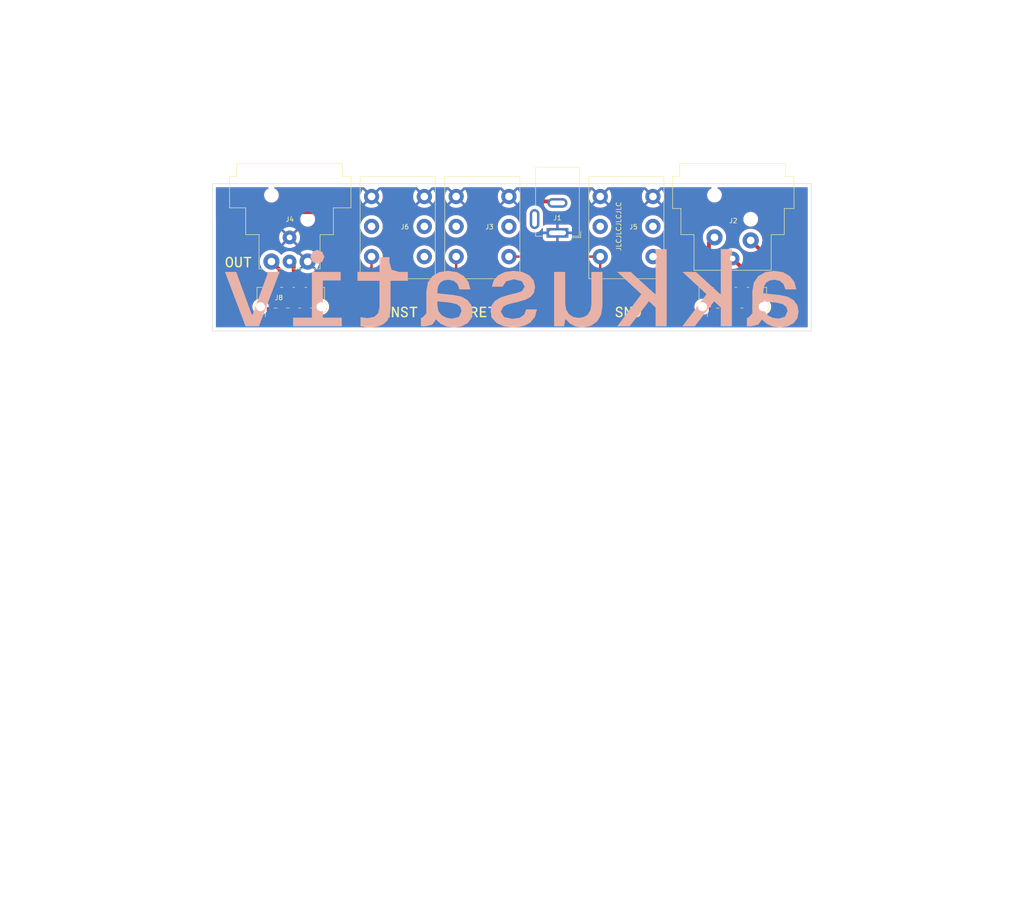
<source format=kicad_pcb>
(kicad_pcb (version 20211014) (generator pcbnew)
  (layers (0 "F.Cu" signal) (31 "B.Cu" signal) (34 "B.Paste" user) (35 "F.Paste" user) (36 "B.SilkS" user "B.Silkscreen") (37 "F.SilkS" user "F.Silkscreen") (38 "B.Mask" user) (39 "F.Mask" user) (44 "Edge.Cuts" user))
  (net 0 "")
  (net 1 "/GND")
  (net 2 "/Jack9V")
  (net 4 "/InGND")
  (net 5 "/In+")
  (net 6 "/In-")
  (net 9 "/VolumeIn")
  (net 10 "/PreOut")
  (net 11 "/Out+")
  (net 12 "/Out-")
  (net 18 "/InstOut")
  (footprint "kibuzzard-66CA4C11" (layer "F.Cu") (at 76.5 70)
    (fp_text reference "kibuzzard-66CA4C11" hide)
    (fp_text value "G***" hide)
    (fp_poly (pts (xy 3.6195 -1.11125) (xy 3.6195 -0.809625) (xy 2.9845 -0.809625) (xy 2.9845 1.11125) (xy 2.651125 1.11125) (xy 2.651125 -0.809625) (xy 2.0193 -0.809625) (xy 2.0193 -1.11125) (xy 3.6195 -1.11125)) (layer "F.SilkS") (width 0) (fill solid))
    (fp_poly (pts (xy -2.727325 0.815975) (xy -2.174875 0.815975) (xy -2.174875 1.11125) (xy -3.6195 1.11125) (xy -3.6195 0.815975) (xy -3.0607 0.815975) (xy -3.0607 -0.815975) (xy -3.603625 -0.815975) (xy -3.603625 -1.11125) (xy -2.19075 -1.11125) (xy -2.19075 -0.815975) (xy -2.727325 -0.815975) (xy -2.727325 0.815975)) (layer "F.SilkS") (width 0) (fill solid))
    (fp_poly (pts (xy -0.5715 -1.11125) (xy -0.26035 -1.11125) (xy -0.26035 1.11125) (xy -0.5969 1.11125) (xy -1.387475 -0.47625) (xy -1.4097 -0.47625) (xy -1.4097 1.11125) (xy -1.72085 1.11125) (xy -1.72085 -1.11125) (xy -1.3843 -1.11125) (xy -0.593725 0.479425) (xy -0.5715 0.479425) (xy -0.5715 -1.11125)) (layer "F.SilkS") (width 0) (fill solid))
    (fp_poly (pts (xy 1.651 0.523875) (xy 1.628069 0.709083) (xy 1.559278 0.862542) (xy 1.444625 0.98425) (xy 1.293283 1.072444) (xy 1.114425 1.125361) (xy 0.90805 1.143) (xy 0.689681 1.122715) (xy 0.504472 1.061861) (xy 0.352425 0.960438) (xy 0.237419 0.823736) (xy 0.163336 0.657049) (xy 0.130175 0.460375) (xy 0.460375 0.460375) (xy 0.506016 0.62865) (xy 0.598487 0.752475) (xy 0.734616 0.828675) (xy 0.911225 0.854075) (xy 1.071166 0.834231) (xy 1.201737 0.7747) (xy 1.288653 0.674688) (xy 1.317625 0.5334) (xy 1.2827 0.369888) (xy 1.169987 0.254) (xy 1.03505 0.180975) (xy 0.866775 0.12065) (xy 0.784225 0.09525) (xy 0.573087 0.011112) (xy 0.392112 -0.1016) (xy 0.249237 -0.277812) (xy 0.200025 -0.5207) (xy 0.222603 -0.69656) (xy 0.290336 -0.847372) (xy 0.403225 -0.973138) (xy 0.551039 -1.067506) (xy 0.723547 -1.124126) (xy 0.92075 -1.143) (xy 1.119011 -1.123068) (xy 1.290461 -1.063272) (xy 1.4351 -0.963613) (xy 1.545872 -0.832908) (xy 1.615722 -0.679979) (xy 1.64465 -0.504825) (xy 1.330325 -0.504825) (xy 1.291431 -0.645716) (xy 1.2065 -0.757238) (xy 1.081087 -0.829866) (xy 0.92075 -0.854075) (xy 0.763191 -0.831453) (xy 0.639762 -0.763588) (xy 0.559991 -0.660003) (xy 0.5334 -0.530225) (xy 0.561975 -0.41275) (xy 0.617537 -0.3302) (xy 0.722312 -0.265113) (xy 0.822325 -0.220662) (xy 0.942975 -0.180975) (xy 1.016 -0.155575) (xy 1.122362 -0.117475) (xy 1.235075 -0.06985) (xy 1.3589 -0.003175) (xy 1.46685 0.084138) (xy 1.565275 0.198438) (xy 1.6256 0.3429) (xy 1.651 0.523875)) (layer "F.SilkS") (width 0) (fill solid))
  )
  (footprint "Connector_Molex:Molex_Picoflex_90814-0008_2x04_P1.27mm_Vertical" (layer "F.Cu") (at 53.5 67 90)
    (fp_text reference "J8" (at 0 -2.5 180) (layer "F.SilkS"))
    (fp_text value "Conn_01x08_Male")
    (fp_line (start -2.18 2.18) (end -2.18 1.64) (layer "F.SilkS") (width 0.12))
    (fp_line (start 2.18 2.96) (end 2.18 3.38) (layer "F.SilkS") (width 0.12))
    (fp_line (start -2.18 -0.3) (end -2.18 -0.96) (layer "F.SilkS") (width 0.12))
    (fp_line (start 2.18 0.42) (end 2.18 0.84) (layer "F.SilkS") (width 0.12))
    (fp_line (start -2.18 -2.84) (end -2.18 -3.5) (layer "F.SilkS") (width 0.12))
    (fp_line (start 2.18 5.34) (end 2.18 7.1) (layer "F.SilkS") (width 0.12))
    (fp_line (start 2.18 -7.1) (end -0.82 -7.1) (layer "F.SilkS") (width 0.12))
    (fp_line (start 2.18 7.1) (end -0.85 7.1) (layer "F.SilkS") (width 0.12))
    (fp_line (start 2.18 -2.18) (end 2.18 -1.64) (layer "F.SilkS") (width 0.12))
    (fp_line (start -2.81 -5.34) (end -4 -5.34) (layer "F.SilkS") (width 0.12))
    (fp_line (start -2.81 -5.47) (end -2.81 -5.34) (layer "F.SilkS") (width 0.12))
    (fp_line (start -2.18 5.12) (end -2.18 4.08) (layer "F.SilkS") (width 0.12))
    (fp_line (start 2.18 -7.1) (end 2.18 -4.08) (layer "F.SilkS") (width 0.12))
    (fp_arc (start -2.81 -5.47) (mid -2.708637 -7.362072) (end -0.834991 -7.079828) (layer "F.SilkS") (width 0.12))
    (fp_arc (start -0.85 7.1) (mid -2.962791 7.081248) (end -2.174424 5.120964) (layer "F.SilkS") (width 0.12))
    (pad "" np_thru_hole circle (at -1.9 6.37 90) (size 1.9 1.9) (drill 1.9) (layers *.Cu *.Mask))
    (pad "" np_thru_hole circle (at -1.9 -6.37 90) (size 1.9 1.9) (drill 1.9) (layers *.Cu *.Mask))
    (pad "1" smd rect (at -3 -4.45 90) (size 2 1.2) (layers "F.Cu" "F.Paste" "F.Mask") (net 2 "/Jack9V"))
    (pad "2" smd rect (at 3 -3.18 90) (size 2 1.2) (layers "F.Cu" "F.Paste" "F.Mask") (net 1 "/GND"))
    (pad "3" smd rect (at -3 -1.91 90) (size 2 1.2) (layers "F.Cu" "F.Paste" "F.Mask") (net 12 "/Out-"))
    (pad "4" smd rect (at 3 -0.64 90) (size 2 1.2) (layers "F.Cu" "F.Paste" "F.Mask") (net 11 "/Out+"))
    (pad "5" smd rect (at -3 0.63 90) (size 2 1.2) (layers "F.Cu" "F.Paste" "F.Mask") (net 1 "/GND"))
    (pad "6" smd rect (at 3 1.9 90) (size 2 1.2) (layers "F.Cu" "F.Paste" "F.Mask") (net 18 "/InstOut"))
    (pad "7" smd rect (at -3 3.17 90) (size 2 1.2) (layers "F.Cu" "F.Paste" "F.Mask") (net 1 "/GND"))
    (pad "8" smd rect (at 3 4.44 90) (size 2 1.2) (layers "F.Cu" "F.Paste" "F.Mask") (net 9 "/VolumeIn"))
  )
  (footprint "Connector_Audio:Jack_XLR_Neutrik_NC3MAH-0_Horizontal" (layer "F.Cu") (at 57.06 59.39 180)
    (fp_text reference "J4" (at 3.76 8.89) (layer "F.SilkS"))
    (fp_text value "Out")
    (fp_line (start -7.31 17.9) (end -9.11 17.9) (layer "F.SilkS") (width 0.12))
    (fp_line (start 4.51 -1.54) (end 6.41 -1.54) (layer "F.SilkS") (width 0.12))
    (fp_line (start 14.93 20.6) (end -7.31 20.6) (layer "F.SilkS") (width 0.12))
    (fp_line (start 16.43 17.9) (end 16.43 11.31) (layer "F.SilkS") (width 0.12))
    (fp_line (start -9.11 17.9) (end -9.11 11.31) (layer "F.SilkS") (width 0.12))
    (fp_line (start 14.93 17.9) (end 14.93 20.6) (layer "F.SilkS") (width 0.12))
    (fp_line (start 16.43 17.9) (end 14.93 17.9) (layer "F.SilkS") (width 0.12))
    (fp_line (start -2.61 5.66) (end -2.61 -1.54) (layer "F.SilkS") (width 0.12))
    (fp_line (start 10.23 5.66) (end 13.03 5.66) (layer "F.SilkS") (width 0.12))
    (fp_line (start 10.23 -1.54) (end 8.81 -1.54) (layer "F.SilkS") (width 0.12))
    (fp_line (start 13.03 11.31) (end 13.03 5.66) (layer "F.SilkS") (width 0.12))
    (fp_line (start -9.11 11.31) (end -5.41 11.31) (layer "F.SilkS") (width 0.12))
    (fp_line (start -2.61 5.66) (end -5.41 5.66) (layer "F.SilkS") (width 0.12))
    (fp_line (start 13.03 11.31) (end 16.43 11.31) (layer "F.SilkS") (width 0.12))
    (fp_line (start -7.31 17.9) (end -7.31 20.6) (layer "F.SilkS") (width 0.12))
    (fp_line (start 10.23 5.66) (end 10.23 -1.54) (layer "F.SilkS") (width 0.12))
    (fp_line (start -5.41 11.31) (end -5.41 5.66) (layer "F.SilkS") (width 0.12))
    (fp_line (start -1.19 -1.54) (end -2.61 -1.54) (layer "F.SilkS") (width 0.12))
    (fp_line (start 3.11 -1.54) (end 1.21 -1.54) (layer "F.SilkS") (width 0.12))
    (pad "" np_thru_hole circle (at 0 8.89 180) (size 1.6 1.6) (drill 1.6) (layers F&B.Cu *.Mask))
    (pad "" np_thru_hole circle (at 7.62 13.97 180) (size 1.6 1.6) (drill 1.6) (layers F&B.Cu *.Mask))
    (pad "1" thru_hole circle (at 0 0 180) (size 3.4 3.4) (drill 1.6) (layers F&B.Cu *.Mask) (net 1 "/GND"))
    (pad "2" thru_hole circle (at 7.62 0 180) (size 3.4 3.4) (drill 1.6) (layers F&B.Cu *.Mask) (net 11 "/Out+"))
    (pad "3" thru_hole circle (at 3.81 0 180) (size 2.9 2.9) (drill 1.2) (layers F&B.Cu *.Mask) (net 12 "/Out-"))
    (pad "G" thru_hole circle (at 3.81 5.08 180) (size 2.9 2.9) (drill 1.2) (layers F&B.Cu *.Mask) (net 1 "/GND"))
  )
  (footprint "kibuzzard-66CA4C2E" (layer "F.Cu") (at 94 70)
    (fp_text reference "kibuzzard-66CA4C2E" hide)
    (fp_text value "G***" hide)
    (fp_poly (pts (xy -0.390525 0.815975) (xy 0.657225 0.815975) (xy 0.657225 1.11125) (xy -0.71755 1.11125) (xy -0.71755 -1.11125) (xy 0.625475 -1.11125) (xy 0.625475 -0.815975) (xy -0.390525 -0.815975) (xy -0.390525 -0.161925) (xy 0.48895 -0.161925) (xy 0.48895 0.130175) (xy -0.390525 0.130175) (xy -0.390525 0.815975)) (layer "F.SilkS") (width 0) (fill solid))
    (fp_poly (pts (xy 2.670175 -1.11125) (xy 2.670175 -0.809625) (xy 2.035175 -0.809625) (xy 2.035175 1.11125) (xy 1.7018 1.11125) (xy 1.7018 -0.809625) (xy 1.069975 -0.809625) (xy 1.069975 -1.11125) (xy 2.670175 -1.11125)) (layer "F.SilkS") (width 0) (fill solid))
    (fp_poly (pts (xy -1.11125 1.11125) (xy -1.470025 1.11125) (xy -1.98755 0.2032) (xy -2.34315 0.2032) (xy -2.34315 -0.085725) (xy -1.94945 -0.085725) (xy -1.779191 -0.111125) (xy -1.649413 -0.187325) (xy -1.567259 -0.305594) (xy -1.539875 -0.4572) (xy -1.567259 -0.609997) (xy -1.649413 -0.725488) (xy -1.779191 -0.798116) (xy -1.94945 -0.822325) (xy -2.34315 -0.822325) (xy -2.34315 -0.085725) (xy -2.34315 0.2032) (xy -2.34315 1.11125) (xy -2.670175 1.11125) (xy -2.670175 -1.11125) (xy -1.905 -1.11125) (xy -1.705681 -1.091847) (xy -1.535289 -1.033639) (xy -1.393825 -0.936625) (xy -1.287992 -0.807508) (xy -1.224492 -0.652992) (xy -1.203325 -0.473075) (xy -1.233884 -0.259159) (xy -1.325563 -0.080963) (xy -1.471216 0.055959) (xy -1.6637 0.14605) (xy -1.11125 1.11125)) (layer "F.SilkS") (width 0) (fill solid))
  )
  (footprint "Connector_BarrelJack:BarrelJack_GCT_DCJ200-10-A_Horizontal" (layer "F.Cu") (at 109.6 53.35 180)
    (fp_text reference "J1" (at 0 3.15) (layer "F.SilkS"))
    (fp_text value "Barrel_Jack_Switch")
    (fp_line (start -4.6 -0.7) (end -2.6 -0.7) (layer "F.SilkS") (width 0.12))
    (fp_line (start 4.6 -0.7) (end 4.6 0.6) (layer "F.SilkS") (width 0.12))
    (fp_line (start -4.6 13.8) (end -4.6 -0.7) (layer "F.SilkS") (width 0.12))
    (fp_line (start -4.9 -1) (end -4.9 0.3) (layer "F.SilkS") (width 0.12))
    (fp_line (start 4.6 5.2) (end 4.6 13.8) (layer "F.SilkS") (width 0.12))
    (fp_line (start 2.6 -0.7) (end 4.6 -0.7) (layer "F.SilkS") (width 0.12))
    (fp_line (start 4.6 13.8) (end -4.6 13.8) (layer "F.SilkS") (width 0.12))
    (fp_line (start -3.2 -1) (end -4.9 -1) (layer "F.SilkS") (width 0.12))
    (pad "1" thru_hole rect (at 0 0 180) (size 4.6 2) (drill oval 3.6 1) (layers F&B.Cu *.Mask) (net 1 "/GND"))
    (pad "2" thru_hole oval (at 0 6.3 180) (size 4.2 2) (drill oval 3.2 1) (layers F&B.Cu *.Mask) (net 2 "/Jack9V"))
    (pad "3" thru_hole oval (at 4.8 2.9 180) (size 2 4.2) (drill oval 1 3.2) (layers F&B.Cu *.Mask))
  )
  (footprint "Connector_Molex:Molex_Picoflex_90814-0008_2x04_P1.27mm_Vertical" (layer "F.Cu") (at 146.5 67 90)
    (fp_text reference "J7" (at -0.5 -2 270) (layer "F.SilkS"))
    (fp_text value "Conn_01x08_Male")
    (fp_line (start -2.81 -5.47) (end -2.81 -5.34) (layer "F.SilkS") (width 0.12))
    (fp_line (start 2.18 2.96) (end 2.18 3.38) (layer "F.SilkS") (width 0.12))
    (fp_line (start -2.81 -5.34) (end -4 -5.34) (layer "F.SilkS") (width 0.12))
    (fp_line (start -2.18 2.18) (end -2.18 1.64) (layer "F.SilkS") (width 0.12))
    (fp_line (start -2.18 5.12) (end -2.18 4.08) (layer "F.SilkS") (width 0.12))
    (fp_line (start 2.18 7.1) (end -0.85 7.1) (layer "F.SilkS") (width 0.12))
    (fp_line (start 2.18 0.42) (end 2.18 0.84) (layer "F.SilkS") (width 0.12))
    (fp_line (start 2.18 -2.18) (end 2.18 -1.64) (layer "F.SilkS") (width 0.12))
    (fp_line (start 2.18 5.34) (end 2.18 7.1) (layer "F.SilkS") (width 0.12))
    (fp_line (start -2.18 -2.84) (end -2.18 -3.5) (layer "F.SilkS") (width 0.12))
    (fp_line (start -2.18 -0.3) (end -2.18 -0.96) (layer "F.SilkS") (width 0.12))
    (fp_line (start 2.18 -7.1) (end 2.18 -4.08) (layer "F.SilkS") (width 0.12))
    (fp_line (start 2.18 -7.1) (end -0.82 -7.1) (layer "F.SilkS") (width 0.12))
    (fp_arc (start -0.85 7.1) (mid -2.962791 7.081248) (end -2.174424 5.120964) (layer "F.SilkS") (width 0.12))
    (fp_arc (start -2.81 -5.47) (mid -2.708637 -7.362072) (end -0.834991 -7.079828) (layer "F.SilkS") (width 0.12))
    (pad "" np_thru_hole circle (at -1.9 -6.37 90) (size 1.9 1.9) (drill 1.9) (layers *.Cu *.Mask))
    (pad "" np_thru_hole circle (at -1.9 6.37 90) (size 1.9 1.9) (drill 1.9) (layers *.Cu *.Mask))
    (pad "1" smd rect (at -3 -4.45 90) (size 2 1.2) (layers "F.Cu" "F.Paste" "F.Mask") (net 2 "/Jack9V"))
    (pad "2" smd rect (at 3 -3.18 90) (size 2 1.2) (layers "F.Cu" "F.Paste" "F.Mask") (net 1 "/GND"))
    (pad "3" smd rect (at -3 -1.91 90) (size 2 1.2) (layers "F.Cu" "F.Paste" "F.Mask") (net 10 "/PreOut"))
    (pad "4" smd rect (at 3 -0.64 90) (size 2 1.2) (layers "F.Cu" "F.Paste" "F.Mask") (net 1 "/GND"))
    (pad "5" smd rect (at -3 0.63 90) (size 2 1.2) (layers "F.Cu" "F.Paste" "F.Mask") (net 4 "/InGND"))
    (pad "6" smd rect (at 3 1.9 90) (size 2 1.2) (layers "F.Cu" "F.Paste" "F.Mask") (net 6 "/In-"))
    (pad "7" smd rect (at -3 3.17 90) (size 2 1.2) (layers "F.Cu" "F.Paste" "F.Mask") (net 5 "/In+"))
    (pad "8" smd rect (at 3 4.44 90) (size 2 1.2) (layers "F.Cu" "F.Paste" "F.Mask") (net 1 "/GND"))
  )
  (footprint "tayda-6mm35-jack-pcb-compact:tayda-6mm35-jack-pcb-compact" (layer "F.Cu") (at 77.4 41.5 90)
    (fp_text reference "J6" (at -10.6 0.1 unlocked) (layer "F.SilkS"))
    (fp_text value "Out")
    (fp_line (start 0 6.5) (end -21.5 6.5) (layer "F.SilkS") (width 0.12))
    (fp_line (start -21.5 -9.3) (end 0 -9.3) (layer "F.SilkS") (width 0.12))
    (fp_line (start -21.5 6.5) (end -21.5 -9.3) (layer "F.SilkS") (width 0.12))
    (fp_line (start 0 -9.3) (end 0 6.5) (layer "F.SilkS") (width 0.12))
    (pad "R" thru_hole circle (at -10.5 -6.9 90) (size 3.2 3.2) (drill 1.6) (layers F&B.Cu *.Mask))
    (pad "RN" thru_hole circle (at -10.5 4.2 90) (size 3.2 3.2) (drill 1.6) (layers F&B.Cu *.Mask))
    (pad "S" thru_hole circle (at -4.2 -6.9 90) (size 3.2 3.2) (drill 1.6) (layers F&B.Cu *.Mask) (net 1 "/GND"))
    (pad "S" thru_hole circle (at -4.2 4.2 90) (size 3.2 3.2) (drill 1.6) (layers F&B.Cu *.Mask) (net 1 "/GND"))
    (pad "T" thru_hole circle (at -16.85 -6.9 90) (size 3.2 3.2) (drill 1.6) (layers F&B.Cu *.Mask) (net 18 "/InstOut"))
    (pad "TN" thru_hole circle (at -16.85 4.2 90) (size 3.2 3.2) (drill 1.6) (layers F&B.Cu *.Mask))
  )
  (footprint "tayda-6mm35-jack-pcb-compact:tayda-6mm35-jack-pcb-compact" (layer "F.Cu") (at 125.5 41.5 90)
    (fp_text reference "J5" (at -10.6 0.1 unlocked) (layer "F.SilkS"))
    (fp_text value "Snd")
    (fp_line (start -21.5 -9.3) (end 0 -9.3) (layer "F.SilkS") (width 0.12))
    (fp_line (start -21.5 6.5) (end -21.5 -9.3) (layer "F.SilkS") (width 0.12))
    (fp_line (start 0 -9.3) (end 0 6.5) (layer "F.SilkS") (width 0.12))
    (fp_line (start 0 6.5) (end -21.5 6.5) (layer "F.SilkS") (width 0.12))
    (pad "R" thru_hole circle (at -10.5 -6.9 90) (size 3.2 3.2) (drill 1.6) (layers F&B.Cu *.Mask))
    (pad "RN" thru_hole circle (at -10.5 4.2 90) (size 3.2 3.2) (drill 1.6) (layers F&B.Cu *.Mask))
    (pad "S" thru_hole circle (at -4.2 4.2 90) (size 3.2 3.2) (drill 1.6) (layers F&B.Cu *.Mask) (net 1 "/GND"))
    (pad "S" thru_hole circle (at -4.2 -6.9 90) (size 3.2 3.2) (drill 1.6) (layers F&B.Cu *.Mask) (net 1 "/GND"))
    (pad "T" thru_hole circle (at -16.85 -6.9 90) (size 3.2 3.2) (drill 1.6) (layers F&B.Cu *.Mask) (net 10 "/PreOut"))
    (pad "TN" thru_hole circle (at -16.85 4.2 90) (size 3.2 3.2) (drill 1.6) (layers F&B.Cu *.Mask))
  )
  (footprint "kibuzzard-66CA4BD9" (layer "F.Cu") (at 42.5 59.5)
    (fp_text reference "kibuzzard-66CA4BD9" hide)
    (fp_text value "G***" hide)
    (fp_poly (pts (xy 0.720725 -1.11125) (xy 0.720725 0.3556) (xy 0.699029 0.588257) (xy 0.633942 0.782461) (xy 0.525463 0.938213) (xy 0.380294 1.051983) (xy 0.20514 1.120246) (xy 0 1.143) (xy -0.205493 1.120246) (xy -0.381706 1.051983) (xy -0.528637 0.938213) (xy -0.638881 0.782461) (xy -0.705026 0.588257) (xy -0.727075 0.3556) (xy -0.727075 -1.11125) (xy -0.3937 -1.11125) (xy -0.3937 0.3937) (xy -0.366316 0.579834) (xy -0.284163 0.719138) (xy -0.158353 0.806053) (xy 0 0.835025) (xy 0.155575 0.806053) (xy 0.2794 0.719138) (xy 0.360363 0.579834) (xy 0.38735 0.3937) (xy 0.38735 -1.11125) (xy 0.720725 -1.11125)) (layer "F.SilkS") (width 0) (fill solid))
    (fp_poly (pts (xy 2.701925 -1.11125) (xy 2.701925 -0.809625) (xy 2.066925 -0.809625) (xy 2.066925 1.11125) (xy 1.73355 1.11125) (xy 1.73355 -0.809625) (xy 1.101725 -0.809625) (xy 1.101725 -1.11125) (xy 2.701925 -1.11125)) (layer "F.SilkS") (width 0) (fill solid))
    (fp_poly (pts (xy -1.905 1.143) (xy -1.905 0.835025) (xy -1.7145 0.781447) (xy -1.56845 0.620713) (xy -1.499658 0.456494) (xy -1.458383 0.24959) (xy -1.444625 0) (xy -1.458383 -0.24959) (xy -1.499658 -0.456494) (xy -1.56845 -0.620713) (xy -1.7145 -0.781447) (xy -1.905 -0.835025) (xy -2.097881 -0.781447) (xy -2.244725 -0.620713) (xy -2.313517 -0.456494) (xy -2.354792 -0.24959) (xy -2.36855 0) (xy -2.354792 0.24959) (xy -2.313517 0.456494) (xy -2.244725 0.620713) (xy -2.097881 0.781447) (xy -1.905 0.835025) (xy -1.905 1.143) (xy -2.133424 1.109486) (xy -2.327628 1.008944) (xy -2.487613 0.841375) (xy -2.581374 0.67568) (xy -2.648347 0.480219) (xy -2.68853 0.254992) (xy -2.701925 0) (xy -2.68853 -0.252413) (xy -2.648347 -0.47625) (xy -2.581374 -0.671512) (xy -2.487613 -0.8382) (xy -2.327628 -1.007533) (xy -2.133424 -1.109133) (xy -1.905 -1.143) (xy -1.67834 -1.109133) (xy -1.485194 -1.007533) (xy -1.325562 -0.8382) (xy -1.231801 -0.671512) (xy -1.164828 -0.47625) (xy -1.124645 -0.252413) (xy -1.11125 0) (xy -1.124645 0.252412) (xy -1.164828 0.47625) (xy -1.231801 0.671512) (xy -1.325562 0.8382) (xy -1.485194 1.007533) (xy -1.67834 1.109133) (xy -1.905 1.143)) (layer "F.SilkS") (width 0) (fill solid))
  )
  (footprint "Connector_Audio:Jack_XLR_Neutrik_NC3FAH-0_Horizontal" (layer "F.Cu") (at 142.64 54.3 90)
    (fp_text reference "J2" (at 3.5 3.96 180) (layer "F.SilkS"))
    (fp_text value "In")
    (fp_line (start 12.82 -8.81) (end 12.82 -7.31) (layer "F.SilkS") (width 0.12))
    (fp_line (start 6.08 16.73) (end 6.08 14.68) (layer "F.SilkS") (width 0.12))
    (fp_line (start 15.52 -7.31) (end 15.52 14.93) (layer "F.SilkS") (width 0.12))
    (fp_line (start 6.08 -7.06) (end 0.58 -7.06) (layer "F.SilkS") (width 0.12))
    (fp_line (start 0.58 11.93) (end -6.92 11.93) (layer "F.SilkS") (width 0.12))
    (fp_line (start 12.82 -8.81) (end 6.08 -8.81) (layer "F.SilkS") (width 0.12))
    (fp_line (start 0.58 -4.31) (end -6.92 -4.31) (layer "F.SilkS") (width 0.12))
    (fp_line (start 12.82 -7.31) (end 15.52 -7.31) (layer "F.SilkS") (width 0.12))
    (fp_line (start 6.08 14.68) (end 0.58 14.68) (layer "F.SilkS") (width 0.12))
    (fp_line (start -6.92 -4.31) (end -6.92 11.93) (layer "F.SilkS") (width 0.12))
    (fp_line (start 12.82 14.93) (end 15.52 14.93) (layer "F.SilkS") (width 0.12))
    (fp_line (start 6.08 -7.06) (end 6.08 -8.81) (layer "F.SilkS") (width 0.12))
    (fp_line (start 12.82 14.93) (end 12.82 16.73) (layer "F.SilkS") (width 0.12))
    (fp_line (start 0.58 11.93) (end 0.58 14.68) (layer "F.SilkS") (width 0.12))
    (fp_line (start 12.82 16.73) (end 6.08 16.73) (layer "F.SilkS") (width 0.12))
    (fp_line (start 0.58 -7.06) (end 0.58 -4.31) (layer "F.SilkS") (width 0.12))
    (pad "" np_thru_hole circle (at 8.89 0 90) (size 1.6 1.6) (drill 1.6) (layers F&B.Cu *.Mask))
    (pad "" np_thru_hole circle (at 3.81 7.62 90) (size 1.6 1.6) (drill 1.6) (layers F&B.Cu *.Mask))
    (pad "1" thru_hole circle (at 0 0 90) (size 3.4 3.4) (drill 1.6) (layers F&B.Cu *.Mask) (net 4 "/InGND"))
    (pad "2" thru_hole circle (at -0.635 7.62 90) (size 3.4 3.4) (drill 1.6) (layers F&B.Cu *.Mask) (net 5 "/In+"))
    (pad "3" thru_hole circle (at -4.45 3.81 90) (size 2.9 2.9) (drill 1.2) (layers F&B.Cu *.Mask) (net 6 "/In-"))
  )
  (footprint "pedal-component-footprint:1590XX" (layer "F.Cu") (at 100 100 180)
    (fp_text reference "Ref**")
    (fp_text value "Val**")
  )
  (footprint "tayda-6mm35-jack-pcb-compact:tayda-6mm35-jack-pcb-compact" (layer "F.Cu") (at 95.2 41.5 90)
    (fp_text reference "J3" (at -10.6 0.1 unlocked) (layer "F.SilkS"))
    (fp_text value "Ret")
    (fp_line (start -21.5 -9.3) (end 0 -9.3) (layer "F.SilkS") (width 0.12))
    (fp_line (start 0 6.5) (end -21.5 6.5) (layer "F.SilkS") (width 0.12))
    (fp_line (start -21.5 6.5) (end -21.5 -9.3) (layer "F.SilkS") (width 0.12))
    (fp_line (start 0 -9.3) (end 0 6.5) (layer "F.SilkS") (width 0.12))
    (pad "R" thru_hole circle (at -10.5 -6.9 90) (size 3.2 3.2) (drill 1.6) (layers F&B.Cu *.Mask))
    (pad "RN" thru_hole circle (at -10.5 4.2 90) (size 3.2 3.2) (drill 1.6) (layers F&B.Cu *.Mask))
    (pad "S" thru_hole circle (at -4.2 -6.9 90) (size 3.2 3.2) (drill 1.6) (layers F&B.Cu *.Mask) (net 1 "/GND"))
    (pad "S" thru_hole circle (at -4.2 4.2 90) (size 3.2 3.2) (drill 1.6) (layers F&B.Cu *.Mask) (net 1 "/GND"))
    (pad "T" thru_hole circle (at -16.85 -6.9 90) (size 3.2 3.2) (drill 1.6) (layers F&B.Cu *.Mask) (net 9 "/VolumeIn"))
    (pad "TN" thru_hole circle (at -16.85 4.2 90) (size 3.2 3.2) (drill 1.6) (layers F&B.Cu *.Mask) (net 10 "/PreOut"))
  )
  (footprint "kibuzzard-66CA4C4C" (layer "F.Cu") (at 124.5 70)
    (fp_text reference "kibuzzard-66CA4C4C" hide)
    (fp_text value "G***" hide)
    (fp_poly (pts (xy -1.1684 0.523875) (xy -1.191331 0.709083) (xy -1.260122 0.862542) (xy -1.374775 0.98425) (xy -1.526117 1.072444) (xy -1.704975 1.125361) (xy -1.91135 1.143) (xy -2.129719 1.122715) (xy -2.314928 1.061861) (xy -2.466975 0.960438) (xy -2.581981 0.823736) (xy -2.656064 0.657049) (xy -2.689225 0.460375) (xy -2.359025 0.460375) (xy -2.313384 0.62865) (xy -2.220912 0.752475) (xy -2.084784 0.828675) (xy -1.908175 0.854075) (xy -1.748234 0.834231) (xy -1.617662 0.7747) (xy -1.530747 0.674688) (xy -1.501775 0.5334) (xy -1.5367 0.369888) (xy -1.649412 0.254) (xy -1.78435 0.180975) (xy -1.952625 0.12065) (xy -2.035175 0.09525) (xy -2.246312 0.011112) (xy -2.427288 -0.1016) (xy -2.570162 -0.277812) (xy -2.619375 -0.5207) (xy -2.596797 -0.69656) (xy -2.529064 -0.847372) (xy -2.416175 -0.973138) (xy -2.268361 -1.067506) (xy -2.095853 -1.124126) (xy -1.89865 -1.143) (xy -1.700389 -1.123068) (xy -1.528939 -1.063272) (xy -1.3843 -0.963613) (xy -1.273528 -0.832908) (xy -1.203678 -0.679979) (xy -1.17475 -0.504825) (xy -1.489075 -0.504825) (xy -1.527969 -0.645716) (xy -1.6129 -0.757238) (xy -1.738312 -0.829866) (xy -1.89865 -0.854075) (xy -2.056209 -0.831453) (xy -2.179638 -0.763588) (xy -2.259409 -0.660003) (xy -2.286 -0.530225) (xy -2.257425 -0.41275) (xy -2.201863 -0.3302) (xy -2.097087 -0.265113) (xy -1.997075 -0.220662) (xy -1.876425 -0.180975) (xy -1.8034 -0.155575) (xy -1.697037 -0.117475) (xy -1.584325 -0.06985) (xy -1.4605 -0.003175) (xy -1.35255 0.084138) (xy -1.254125 0.198438) (xy -1.1938 0.3429) (xy -1.1684 0.523875)) (layer "F.SilkS") (width 0) (fill solid))
    (fp_poly (pts (xy 1.736725 -1.11125) (xy 1.954808 -1.092696) (xy 2.145506 -1.037034) (xy 2.30882 -0.944265) (xy 2.44475 -0.814388) (xy 2.551708 -0.652562) (xy 2.628106 -0.463947) (xy 2.673945 -0.248543) (xy 2.689225 -0.00635) (xy 2.674045 0.23882) (xy 2.628503 0.456803) (xy 2.552601 0.647601) (xy 2.446338 0.811213) (xy 2.310904 0.942479) (xy 2.147491 1.036241) (xy 1.956098 1.092498) (xy 1.736725 1.11125) (xy 1.717675 1.11125) (xy 1.717675 0.809625) (xy 1.908351 0.786518) (xy 2.065514 0.717197) (xy 2.189163 0.601663) (xy 2.278239 0.441678) (xy 2.331685 0.239007) (xy 2.3495 -0.00635) (xy 2.331949 -0.251795) (xy 2.279297 -0.452614) (xy 2.191544 -0.608806) (xy 2.068689 -0.720372) (xy 1.910733 -0.787312) (xy 1.717675 -0.809625) (xy 1.508125 -0.809625) (xy 1.508125 0.809625) (xy 1.717675 0.809625) (xy 1.717675 1.11125) (xy 1.17475 1.11125) (xy 1.17475 -1.11125) (xy 1.736725 -1.11125)) (layer "F.SilkS") (width 0) (fill solid))
    (fp_poly (pts (xy 0.4191 -1.11125) (xy 0.73025 -1.11125) (xy 0.73025 1.11125) (xy 0.3937 1.11125) (xy -0.396875 -0.47625) (xy -0.4191 -0.47625) (xy -0.4191 1.11125) (xy -0.73025 1.11125) (xy -0.73025 -1.11125) (xy -0.3937 -1.11125) (xy 0.396875 0.479425) (xy 0.4191 0.479425) (xy 0.4191 -1.11125)) (layer "F.SilkS") (width 0) (fill solid))
  )
  (footprint "kibuzzard-66CA4D8D" (layer "B.Cu") (at 100 65 180)
    (fp_text reference "kibuzzard-66CA4D8D" hide)
    (fp_text value "G***" hide)
    (fp_poly (pts (xy 4.46913 -4.86918) (xy 4.13766 -6.317933) (xy 3.14325 -7.37235) (xy 1.651635 -8.015288) (xy -0.17145 -8.2296) (xy -1.68402 -8.11657) (xy -2.92989 -7.77748) (xy -3.90906 -7.21233) (xy -4.889183 -6.015038) (xy -5.29209 -4.4577) (xy -3.02895 -4.4577) (xy -2.60985 -5.5626) (xy -1.65735 -6.22554) (xy -0.17145 -6.44652) (xy 1.61163 -6.06933) (xy 2.32029 -4.9149) (xy 1.73736 -3.85191) (xy 0.962977 -3.460432) (xy -0.19431 -3.13182) (xy -1.26873 -2.90322) (xy -2.851785 -2.437448) (xy -3.98907 -1.81737) (xy -4.67487 -0.951548) (xy -4.90347 0.25146) (xy -4.58343 1.677352) (xy -3.62331 2.75463) (xy -2.188845 3.431858) (xy -0.44577 3.6576) (xy 1.465898 3.414712) (xy 2.90322 2.68605) (xy 3.826192 1.608773) (xy 4.19481 0.32004) (xy 1.93167 0.32004) (xy 1.18872 1.44018) (xy -0.44577 1.87452) (xy -2.06883 1.4859) (xy -2.70891 0.36576) (xy -2.16027 -0.59436) (xy -1.40589 -0.89154) (xy -0.24003 -1.18872) (xy 0.72009 -1.41732) (xy 2.374582 -1.945958) (xy 3.5433 -2.66319) (xy 4.237672 -3.620453) (xy 4.46913 -4.86918)) (layer "B.SilkS") (width 0) (fill solid))
    (fp_poly (pts (xy 40.93083 5.12064) (xy 39.86784 5.56641) (xy 39.42207 6.60654) (xy 39.86784 7.64667) (xy 40.93083 8.06958) (xy 41.95953 7.64667) (xy 42.39387 6.60654) (xy 41.95953 5.56641) (xy 40.93083 5.12064)) (layer "B.SilkS") (width 0) (fill solid))
    (fp_poly (pts (xy -49.73193 -6.21792) (xy -49.45761 -6.21792) (xy -49.45761 -8.001) (xy -50.48631 -8.001) (xy -51.886485 -7.64667) (xy -52.61229 -6.58368) (xy -53.61305 -7.49808) (xy -54.87797 -8.04672) (xy -56.06415 -8.188589) (xy -56.06415 -6.4008) (xy -54.901148 -6.22935) (xy -53.88102 -5.715) (xy -53.169503 -4.84632) (xy -52.93233 -3.61188) (xy -52.93233 -2.76606) (xy -55.65267 -3.04038) (xy -56.96077 -3.3401) (xy -57.74563 -3.93446) (xy -58.00725 -4.82346) (xy -57.47004 -6.01218) (xy -56.06415 -6.4008) (xy -56.06415 -8.188589) (xy -56.40705 -8.2296) (xy -57.998678 -8.021003) (xy -59.25312 -7.39521) (xy -60.067508 -6.363653) (xy -60.33897 -4.93776) (xy -60.070365 -3.549015) (xy -59.26455 -2.49174) (xy -58.01868 -1.78308) (xy -56.42991 -1.44018) (xy -52.93233 -1.07442) (xy -52.93233 -0.52578) (xy -53.083778 0.448628) (xy -53.53812 1.17729) (xy -54.261068 1.631632) (xy -55.21833 1.78308) (xy -56.35371 1.55702) (xy -57.13857 0.87884) (xy -57.57291 -0.25146) (xy -59.88177 -0.25146) (xy -59.450288 1.323023) (xy -58.47588 2.57175) (xy -57.027128 3.386138) (xy -55.17261 3.6576) (xy -53.329523 3.380423) (xy -51.86934 2.54889) (xy -50.917793 1.203008) (xy -50.60061 -0.61722) (xy -50.60061 -5.30352) (xy -49.73193 -6.21792)) (layer "B.SilkS") (width 0) (fill solid))
    (fp_poly (pts (xy 57.96153 3.429) (xy 60.33897 3.429) (xy 56.01843 -8.001) (xy 53.18379 -8.001) (xy 48.84039 3.429) (xy 51.24069 3.429) (xy 54.53253 -5.57784) (xy 54.69255 -5.57784) (xy 57.96153 3.429)) (layer "B.SilkS") (width 0) (fill solid))
    (fp_poly (pts (xy -14.84757 -8.2296) (xy -16.576358 -7.93242) (xy -17.92224 -7.04088) (xy -18.788063 -5.617845) (xy -19.07667 -3.72618) (xy -19.07667 3.429) (xy -16.74495 3.429) (xy -16.74495 -3.3147) (xy -16.559213 -4.59486) (xy -16.002 -5.50926) (xy -15.153323 -6.0579) (xy -14.09319 -6.24078) (xy -12.95019 -6.04647) (xy -12.03579 -5.46354) (xy -11.435715 -4.49199) (xy -11.23569 -3.13182) (xy -11.23569 3.429) (xy -8.90397 3.429) (xy -8.90397 -8.001) (xy -11.00709 -8.001) (xy -11.23569 -6.58368) (xy -11.39571 -6.58368) (xy -12.28725 -7.49808) (xy -13.43787 -8.04672) (xy -14.84757 -8.2296)) (layer "B.SilkS") (width 0) (fill solid))
    (fp_poly (pts (xy 42.05097 -6.19506) (xy 46.00575 -6.19506) (xy 46.00575 -8.001) (xy 35.76447 -8.001) (xy 35.76447 -6.19506) (xy 39.74211 -6.19506) (xy 39.74211 1.62306) (xy 35.99307 1.62306) (xy 35.99307 3.429) (xy 42.05097 3.429) (xy 42.05097 -6.19506)) (layer "B.SilkS") (width 0) (fill solid))
    (fp_poly (pts (xy -22.18563 3.429) (xy -27.23769 -1.2573) (xy -22.18563 -8.001) (xy -24.79167 -8.001) (xy -28.86075 -2.76606) (xy -30.25521 -4.06908) (xy -30.25521 -8.001) (xy -32.58693 -8.001) (xy -32.58693 8.2296) (xy -30.25521 8.2296) (xy -30.25521 -1.21158) (xy -30.09519 -1.21158) (xy -25.02027 3.429) (xy -22.18563 3.429)) (layer "B.SilkS") (width 0) (fill solid))
    (fp_poly (pts (xy 18.84807 -6.21792) (xy 19.12239 -6.21792) (xy 19.12239 -8.001) (xy 18.09369 -8.001) (xy 16.693515 -7.64667) (xy 15.96771 -6.58368) (xy 14.96695 -7.49808) (xy 13.70203 -8.04672) (xy 12.51585 -8.188589) (xy 12.51585 -6.4008) (xy 13.678852 -6.22935) (xy 14.69898 -5.715) (xy 15.410497 -4.84632) (xy 15.64767 -3.61188) (xy 15.64767 -2.76606) (xy 12.92733 -3.04038) (xy 11.61923 -3.3401) (xy 10.83437 -3.93446) (xy 10.57275 -4.82346) (xy 11.10996 -6.01218) (xy 12.51585 -6.4008) (xy 12.51585 -8.188589) (xy 12.17295 -8.2296) (xy 10.581322 -8.021003) (xy 9.32688 -7.39521) (xy 8.512492 -6.363653) (xy 8.24103 -4.93776) (xy 8.509635 -3.549015) (xy 9.31545 -2.49174) (xy 10.56132 -1.78308) (xy 12.15009 -1.44018) (xy 15.64767 -1.07442) (xy 15.64767 -0.52578) (xy 15.496222 0.448628) (xy 15.04188 1.17729) (xy 14.318933 1.631632) (xy 13.36167 1.78308) (xy 12.22629 1.55702) (xy 11.44143 0.87884) (xy 11.00709 -0.25146) (xy 8.69823 -0.25146) (xy 9.129712 1.323023) (xy 10.10412 2.57175) (xy 11.552872 3.386138) (xy 13.40739 3.6576) (xy 15.250477 3.380423) (xy 16.71066 2.54889) (xy 17.662207 1.203008) (xy 17.97939 -0.61722) (xy 17.97939 -5.30352) (xy 18.84807 -6.21792)) (layer "B.SilkS") (width 0) (fill solid))
    (fp_poly (pts (xy 27.83205 -3.95478) (xy 28.10891 -5.25018) (xy 28.93949 -6.02742) (xy 30.32379 -6.2865) (xy 31.83255 -6.10362) (xy 31.83255 -7.97814) (xy 30.81528 -8.166735) (xy 29.77515 -8.2296) (xy 28.236215 -8.074152) (xy 27.039265 -7.607808) (xy 26.184301 -6.830568) (xy 25.671323 -5.742432) (xy 25.50033 -4.3434) (xy 25.50033 1.55448) (xy 21.86559 1.55448) (xy 21.86559 3.429) (xy 23.74011 3.429) (xy 25.28316 3.8862) (xy 25.72893 5.4864) (xy 25.72893 6.53796) (xy 27.83205 6.53796) (xy 27.83205 3.429) (xy 32.47263 3.429) (xy 32.47263 1.55448) (xy 27.83205 1.55448) (xy 27.83205 -3.95478)) (layer "B.SilkS") (width 0) (fill solid))
    (fp_poly (pts (xy -35.90163 3.429) (xy -40.95369 -1.2573) (xy -35.90163 -8.001) (xy -38.50767 -8.001) (xy -42.57675 -2.76606) (xy -43.97121 -4.06908) (xy -43.97121 -8.001) (xy -46.30293 -8.001) (xy -46.30293 8.2296) (xy -43.97121 8.2296) (xy -43.97121 -1.21158) (xy -43.81119 -1.21158) (xy -38.73627 3.429) (xy -35.90163 3.429)) (layer "B.SilkS") (width 0) (fill solid))
  )
  (gr_line (start 163 74) (end 163 43) (layer "Edge.Cuts") (width 0.1))
  (gr_line (start 37 74) (end 163 74) (layer "Edge.Cuts") (width 0.1))
  (gr_line (start 163 43) (end 37 43) (layer "Edge.Cuts") (width 0.1))
  (gr_line (start 37 43) (end 37 74) (layer "Edge.Cuts") (width 0.1))
  (gr_text "JLCJLCJLCJLC" (at 122.5 52 90) (layer "F.SilkS") (effects (font (size 1 1))))
  (segment (start 54.13 70) (end 56.67 70) (width 0.8) (layer "F.Cu") (net 1))
  (segment (start 39.116 50.546) (end 40.662001 48.999999) (width 0.8) (layer "F.Cu") (net 2))
  (segment (start 51.167 72.517) (end 111.887 72.517) (width 0.8) (layer "F.Cu") (net 2))
  (segment (start 109.286 46.736) (end 109.6 47.05) (width 0.8) (layer "F.Cu") (net 2))
  (segment (start 39.116 69.088) (end 39.116 50.546) (width 0.8) (layer "F.Cu") (net 2))
  (segment (start 49.05 70) (end 47.422 71.628) (width 0.8) (layer "F.Cu") (net 2))
  (segment (start 142.0876 70.0376) (end 142.05 70) (width 0.8) (layer "F.Cu") (net 2))
  (segment (start 49.05 70) (end 49.05 70.4) (width 0.8) (layer "F.Cu") (net 2))
  (segment (start 142.0876 71.4248) (end 142.0876 70.0376) (width 0.8) (layer "F.Cu") (net 2))
  (segment (start 49.05 70.4) (end 51.167 72.517) (width 0.8) (layer "F.Cu") (net 2))
  (segment (start 40.662001 48.999999) (end 100.860001 48.999999) (width 0.8) (layer "F.Cu") (net 2))
  (segment (start 47.422 71.628) (end 41.656 71.628) (width 0.8) (layer "F.Cu") (net 2))
  (segment (start 41.656 71.628) (end 39.116 69.088) (width 0.8) (layer "F.Cu") (net 2))
  (segment (start 103.124 46.736) (end 109.286 46.736) (width 0.8) (layer "F.Cu") (net 2))
  (segment (start 111.887 72.517) (end 140.9954 72.517) (width 0.8) (layer "F.Cu") (net 2))
  (segment (start 100.860001 48.999999) (end 103.124 46.736) (width 0.8) (layer "F.Cu") (net 2))
  (segment (start 140.9954 72.517) (end 142.0876 71.4248) (width 0.8) (layer "F.Cu") (net 2))
  (segment (start 142.308 65.6) (end 141.478 64.77) (width 0.8) (layer "F.Cu") (net 4))
  (segment (start 141.478 64.77) (end 141.478 55.462) (width 0.8) (layer "F.Cu") (net 4))
  (segment (start 146.626 65.6) (end 142.308 65.6) (width 0.8) (layer "F.Cu") (net 4))
  (segment (start 141.478 55.462) (end 142.64 54.3) (width 0.8) (layer "F.Cu") (net 4))
  (segment (start 147.13 70) (end 147.13 66.104) (width 0.8) (layer "F.Cu") (net 4))
  (segment (start 147.13 66.104) (end 146.626 65.6) (width 0.8) (layer "F.Cu") (net 4))
  (segment (start 149.67 69.024) (end 153.416 65.278) (width 0.8) (layer "F.Cu") (net 5))
  (segment (start 149.67 70) (end 149.67 69.024) (width 0.8) (layer "F.Cu") (net 5))
  (segment (start 153.416 58.091) (end 150.26 54.935) (width 0.8) (layer "F.Cu") (net 5))
  (segment (start 153.416 65.278) (end 153.416 58.091) (width 0.8) (layer "F.Cu") (net 5))
  (segment (start 148.4 64) (end 148.4 60.7) (width 0.8) (layer "F.Cu") (net 6))
  (segment (start 148.4 60.7) (end 146.45 58.75) (width 0.8) (layer "F.Cu") (net 6))
  (segment (start 57.94 64) (end 87.384 64) (width 0.5) (layer "F.Cu") (net 9))
  (segment (start 88.3 63.084) (end 88.3 58.35) (width 0.5) (layer "F.Cu") (net 9))
  (segment (start 87.384 64) (end 88.3 63.084) (width 0.5) (layer "F.Cu") (net 9))
  (segment (start 140.208 65.532) (end 122.936 65.532) (width 0.5) (layer "F.Cu") (net 10))
  (segment (start 118.6 61.196) (end 118.6 58.35) (width 0.5) (layer "F.Cu") (net 10))
  (segment (start 144.59 70) (end 144.59 69.914) (width 0.5) (layer "F.Cu") (net 10))
  (segment (start 144.59 69.914) (end 140.208 65.532) (width 0.5) (layer "F.Cu") (net 10))
  (segment (start 122.936 65.532) (end 118.6 61.196) (width 0.5) (layer "F.Cu") (net 10))
  (segment (start 99.4 58.35) (end 118.6 58.35) (width 0.5) (layer "F.Cu") (net 10))
  (segment (start 52.86 64) (end 52.86 62.81) (width 0.8) (layer "F.Cu") (net 11))
  (segment (start 52.86 62.81) (end 49.44 59.39) (width 0.8) (layer "F.Cu") (net 11))
  (segment (start 51.59 70) (end 54.1274 67.4626) (width 0.8) (layer "F.Cu") (net 12))
  (segment (start 54.1274 67.4626) (end 54.1274 60.2674) (width 0.8) (layer "F.Cu") (net 12))
  (segment (start 54.1274 60.2674) (end 53.25 59.39) (width 0.8) (layer "F.Cu") (net 12))
  (segment (start 70.5 60.564) (end 70.5 58.35) (width 0.5) (layer "F.Cu") (net 18))
  (segment (start 55.4 64) (end 57.17 62.23) (width 0.5) (layer "F.Cu") (net 18))
  (segment (start 57.17 62.23) (end 68.834 62.23) (width 0.5) (layer "F.Cu") (net 18))
  (segment (start 68.834 62.23) (end 70.5 60.564) (width 0.5) (layer "F.Cu") (net 18))
  (zone (net 1) (net_name "/GND") (layers F&B.Cu) (connect_pads (clearance 0.762)) (min_thickness 0.254) (fill yes (thermal_gap 0.762) (thermal_bridge_width 0.508))
    (polygon (pts (xy 163 74) (xy 37 74) (xy 37 43) (xy 163 43)))
  )
)
</source>
